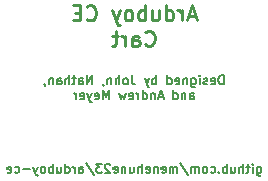
<source format=gbr>
G04 #@! TF.GenerationSoftware,KiCad,Pcbnew,(5.1.2-1)-1*
G04 #@! TF.CreationDate,2021-01-18T23:47:08-08:00*
G04 #@! TF.ProjectId,cart,63617274-2e6b-4696-9361-645f70636258,rev?*
G04 #@! TF.SameCoordinates,Original*
G04 #@! TF.FileFunction,Legend,Bot*
G04 #@! TF.FilePolarity,Positive*
%FSLAX46Y46*%
G04 Gerber Fmt 4.6, Leading zero omitted, Abs format (unit mm)*
G04 Created by KiCad (PCBNEW (5.1.2-1)-1) date 2021-01-18 23:47:08*
%MOMM*%
%LPD*%
G04 APERTURE LIST*
%ADD10C,0.127000*%
%ADD11C,0.254000*%
G04 APERTURE END LIST*
D10*
X150095857Y-122137714D02*
X150095857Y-122754571D01*
X150132142Y-122827142D01*
X150168428Y-122863428D01*
X150241000Y-122899714D01*
X150349857Y-122899714D01*
X150422428Y-122863428D01*
X150095857Y-122609428D02*
X150168428Y-122645714D01*
X150313571Y-122645714D01*
X150386142Y-122609428D01*
X150422428Y-122573142D01*
X150458714Y-122500571D01*
X150458714Y-122282857D01*
X150422428Y-122210285D01*
X150386142Y-122174000D01*
X150313571Y-122137714D01*
X150168428Y-122137714D01*
X150095857Y-122174000D01*
X149733000Y-122645714D02*
X149733000Y-122137714D01*
X149733000Y-121883714D02*
X149769285Y-121920000D01*
X149733000Y-121956285D01*
X149696714Y-121920000D01*
X149733000Y-121883714D01*
X149733000Y-121956285D01*
X149479000Y-122137714D02*
X149188714Y-122137714D01*
X149370142Y-121883714D02*
X149370142Y-122536857D01*
X149333857Y-122609428D01*
X149261285Y-122645714D01*
X149188714Y-122645714D01*
X148934714Y-122645714D02*
X148934714Y-121883714D01*
X148608142Y-122645714D02*
X148608142Y-122246571D01*
X148644428Y-122174000D01*
X148717000Y-122137714D01*
X148825857Y-122137714D01*
X148898428Y-122174000D01*
X148934714Y-122210285D01*
X147918714Y-122137714D02*
X147918714Y-122645714D01*
X148245285Y-122137714D02*
X148245285Y-122536857D01*
X148209000Y-122609428D01*
X148136428Y-122645714D01*
X148027571Y-122645714D01*
X147955000Y-122609428D01*
X147918714Y-122573142D01*
X147555857Y-122645714D02*
X147555857Y-121883714D01*
X147555857Y-122174000D02*
X147483285Y-122137714D01*
X147338142Y-122137714D01*
X147265571Y-122174000D01*
X147229285Y-122210285D01*
X147193000Y-122282857D01*
X147193000Y-122500571D01*
X147229285Y-122573142D01*
X147265571Y-122609428D01*
X147338142Y-122645714D01*
X147483285Y-122645714D01*
X147555857Y-122609428D01*
X146866428Y-122573142D02*
X146830142Y-122609428D01*
X146866428Y-122645714D01*
X146902714Y-122609428D01*
X146866428Y-122573142D01*
X146866428Y-122645714D01*
X146177000Y-122609428D02*
X146249571Y-122645714D01*
X146394714Y-122645714D01*
X146467285Y-122609428D01*
X146503571Y-122573142D01*
X146539857Y-122500571D01*
X146539857Y-122282857D01*
X146503571Y-122210285D01*
X146467285Y-122174000D01*
X146394714Y-122137714D01*
X146249571Y-122137714D01*
X146177000Y-122174000D01*
X145741571Y-122645714D02*
X145814142Y-122609428D01*
X145850428Y-122573142D01*
X145886714Y-122500571D01*
X145886714Y-122282857D01*
X145850428Y-122210285D01*
X145814142Y-122174000D01*
X145741571Y-122137714D01*
X145632714Y-122137714D01*
X145560142Y-122174000D01*
X145523857Y-122210285D01*
X145487571Y-122282857D01*
X145487571Y-122500571D01*
X145523857Y-122573142D01*
X145560142Y-122609428D01*
X145632714Y-122645714D01*
X145741571Y-122645714D01*
X145161000Y-122645714D02*
X145161000Y-122137714D01*
X145161000Y-122210285D02*
X145124714Y-122174000D01*
X145052142Y-122137714D01*
X144943285Y-122137714D01*
X144870714Y-122174000D01*
X144834428Y-122246571D01*
X144834428Y-122645714D01*
X144834428Y-122246571D02*
X144798142Y-122174000D01*
X144725571Y-122137714D01*
X144616714Y-122137714D01*
X144544142Y-122174000D01*
X144507857Y-122246571D01*
X144507857Y-122645714D01*
X143600714Y-121847428D02*
X144253857Y-122827142D01*
X143346714Y-122645714D02*
X143346714Y-122137714D01*
X143346714Y-122210285D02*
X143310428Y-122174000D01*
X143237857Y-122137714D01*
X143129000Y-122137714D01*
X143056428Y-122174000D01*
X143020142Y-122246571D01*
X143020142Y-122645714D01*
X143020142Y-122246571D02*
X142983857Y-122174000D01*
X142911285Y-122137714D01*
X142802428Y-122137714D01*
X142729857Y-122174000D01*
X142693571Y-122246571D01*
X142693571Y-122645714D01*
X142040428Y-122609428D02*
X142113000Y-122645714D01*
X142258142Y-122645714D01*
X142330714Y-122609428D01*
X142367000Y-122536857D01*
X142367000Y-122246571D01*
X142330714Y-122174000D01*
X142258142Y-122137714D01*
X142113000Y-122137714D01*
X142040428Y-122174000D01*
X142004142Y-122246571D01*
X142004142Y-122319142D01*
X142367000Y-122391714D01*
X141677571Y-122137714D02*
X141677571Y-122645714D01*
X141677571Y-122210285D02*
X141641285Y-122174000D01*
X141568714Y-122137714D01*
X141459857Y-122137714D01*
X141387285Y-122174000D01*
X141351000Y-122246571D01*
X141351000Y-122645714D01*
X140697857Y-122609428D02*
X140770428Y-122645714D01*
X140915571Y-122645714D01*
X140988142Y-122609428D01*
X141024428Y-122536857D01*
X141024428Y-122246571D01*
X140988142Y-122174000D01*
X140915571Y-122137714D01*
X140770428Y-122137714D01*
X140697857Y-122174000D01*
X140661571Y-122246571D01*
X140661571Y-122319142D01*
X141024428Y-122391714D01*
X140335000Y-122645714D02*
X140335000Y-121883714D01*
X140008428Y-122645714D02*
X140008428Y-122246571D01*
X140044714Y-122174000D01*
X140117285Y-122137714D01*
X140226142Y-122137714D01*
X140298714Y-122174000D01*
X140335000Y-122210285D01*
X139319000Y-122137714D02*
X139319000Y-122645714D01*
X139645571Y-122137714D02*
X139645571Y-122536857D01*
X139609285Y-122609428D01*
X139536714Y-122645714D01*
X139427857Y-122645714D01*
X139355285Y-122609428D01*
X139319000Y-122573142D01*
X138956142Y-122137714D02*
X138956142Y-122645714D01*
X138956142Y-122210285D02*
X138919857Y-122174000D01*
X138847285Y-122137714D01*
X138738428Y-122137714D01*
X138665857Y-122174000D01*
X138629571Y-122246571D01*
X138629571Y-122645714D01*
X137976428Y-122609428D02*
X138049000Y-122645714D01*
X138194142Y-122645714D01*
X138266714Y-122609428D01*
X138303000Y-122536857D01*
X138303000Y-122246571D01*
X138266714Y-122174000D01*
X138194142Y-122137714D01*
X138049000Y-122137714D01*
X137976428Y-122174000D01*
X137940142Y-122246571D01*
X137940142Y-122319142D01*
X138303000Y-122391714D01*
X137649857Y-121956285D02*
X137613571Y-121920000D01*
X137541000Y-121883714D01*
X137359571Y-121883714D01*
X137287000Y-121920000D01*
X137250714Y-121956285D01*
X137214428Y-122028857D01*
X137214428Y-122101428D01*
X137250714Y-122210285D01*
X137686142Y-122645714D01*
X137214428Y-122645714D01*
X136960428Y-121883714D02*
X136488714Y-121883714D01*
X136742714Y-122174000D01*
X136633857Y-122174000D01*
X136561285Y-122210285D01*
X136525000Y-122246571D01*
X136488714Y-122319142D01*
X136488714Y-122500571D01*
X136525000Y-122573142D01*
X136561285Y-122609428D01*
X136633857Y-122645714D01*
X136851571Y-122645714D01*
X136924142Y-122609428D01*
X136960428Y-122573142D01*
X135617857Y-121847428D02*
X136271000Y-122827142D01*
X135037285Y-122645714D02*
X135037285Y-122246571D01*
X135073571Y-122174000D01*
X135146142Y-122137714D01*
X135291285Y-122137714D01*
X135363857Y-122174000D01*
X135037285Y-122609428D02*
X135109857Y-122645714D01*
X135291285Y-122645714D01*
X135363857Y-122609428D01*
X135400142Y-122536857D01*
X135400142Y-122464285D01*
X135363857Y-122391714D01*
X135291285Y-122355428D01*
X135109857Y-122355428D01*
X135037285Y-122319142D01*
X134674428Y-122645714D02*
X134674428Y-122137714D01*
X134674428Y-122282857D02*
X134638142Y-122210285D01*
X134601857Y-122174000D01*
X134529285Y-122137714D01*
X134456714Y-122137714D01*
X133876142Y-122645714D02*
X133876142Y-121883714D01*
X133876142Y-122609428D02*
X133948714Y-122645714D01*
X134093857Y-122645714D01*
X134166428Y-122609428D01*
X134202714Y-122573142D01*
X134239000Y-122500571D01*
X134239000Y-122282857D01*
X134202714Y-122210285D01*
X134166428Y-122174000D01*
X134093857Y-122137714D01*
X133948714Y-122137714D01*
X133876142Y-122174000D01*
X133186714Y-122137714D02*
X133186714Y-122645714D01*
X133513285Y-122137714D02*
X133513285Y-122536857D01*
X133477000Y-122609428D01*
X133404428Y-122645714D01*
X133295571Y-122645714D01*
X133223000Y-122609428D01*
X133186714Y-122573142D01*
X132823857Y-122645714D02*
X132823857Y-121883714D01*
X132823857Y-122174000D02*
X132751285Y-122137714D01*
X132606142Y-122137714D01*
X132533571Y-122174000D01*
X132497285Y-122210285D01*
X132461000Y-122282857D01*
X132461000Y-122500571D01*
X132497285Y-122573142D01*
X132533571Y-122609428D01*
X132606142Y-122645714D01*
X132751285Y-122645714D01*
X132823857Y-122609428D01*
X132025571Y-122645714D02*
X132098142Y-122609428D01*
X132134428Y-122573142D01*
X132170714Y-122500571D01*
X132170714Y-122282857D01*
X132134428Y-122210285D01*
X132098142Y-122174000D01*
X132025571Y-122137714D01*
X131916714Y-122137714D01*
X131844142Y-122174000D01*
X131807857Y-122210285D01*
X131771571Y-122282857D01*
X131771571Y-122500571D01*
X131807857Y-122573142D01*
X131844142Y-122609428D01*
X131916714Y-122645714D01*
X132025571Y-122645714D01*
X131517571Y-122137714D02*
X131336142Y-122645714D01*
X131154714Y-122137714D02*
X131336142Y-122645714D01*
X131408714Y-122827142D01*
X131445000Y-122863428D01*
X131517571Y-122899714D01*
X130864428Y-122355428D02*
X130283857Y-122355428D01*
X129594428Y-122609428D02*
X129667000Y-122645714D01*
X129812142Y-122645714D01*
X129884714Y-122609428D01*
X129921000Y-122573142D01*
X129957285Y-122500571D01*
X129957285Y-122282857D01*
X129921000Y-122210285D01*
X129884714Y-122174000D01*
X129812142Y-122137714D01*
X129667000Y-122137714D01*
X129594428Y-122174000D01*
X128977571Y-122609428D02*
X129050142Y-122645714D01*
X129195285Y-122645714D01*
X129267857Y-122609428D01*
X129304142Y-122536857D01*
X129304142Y-122246571D01*
X129267857Y-122174000D01*
X129195285Y-122137714D01*
X129050142Y-122137714D01*
X128977571Y-122174000D01*
X128941285Y-122246571D01*
X128941285Y-122319142D01*
X129304142Y-122391714D01*
X147265571Y-115152714D02*
X147265571Y-114390714D01*
X147084142Y-114390714D01*
X146975285Y-114427000D01*
X146902714Y-114499571D01*
X146866428Y-114572142D01*
X146830142Y-114717285D01*
X146830142Y-114826142D01*
X146866428Y-114971285D01*
X146902714Y-115043857D01*
X146975285Y-115116428D01*
X147084142Y-115152714D01*
X147265571Y-115152714D01*
X146213285Y-115116428D02*
X146285857Y-115152714D01*
X146431000Y-115152714D01*
X146503571Y-115116428D01*
X146539857Y-115043857D01*
X146539857Y-114753571D01*
X146503571Y-114681000D01*
X146431000Y-114644714D01*
X146285857Y-114644714D01*
X146213285Y-114681000D01*
X146177000Y-114753571D01*
X146177000Y-114826142D01*
X146539857Y-114898714D01*
X145886714Y-115116428D02*
X145814142Y-115152714D01*
X145669000Y-115152714D01*
X145596428Y-115116428D01*
X145560142Y-115043857D01*
X145560142Y-115007571D01*
X145596428Y-114935000D01*
X145669000Y-114898714D01*
X145777857Y-114898714D01*
X145850428Y-114862428D01*
X145886714Y-114789857D01*
X145886714Y-114753571D01*
X145850428Y-114681000D01*
X145777857Y-114644714D01*
X145669000Y-114644714D01*
X145596428Y-114681000D01*
X145233571Y-115152714D02*
X145233571Y-114644714D01*
X145233571Y-114390714D02*
X145269857Y-114427000D01*
X145233571Y-114463285D01*
X145197285Y-114427000D01*
X145233571Y-114390714D01*
X145233571Y-114463285D01*
X144544142Y-114644714D02*
X144544142Y-115261571D01*
X144580428Y-115334142D01*
X144616714Y-115370428D01*
X144689285Y-115406714D01*
X144798142Y-115406714D01*
X144870714Y-115370428D01*
X144544142Y-115116428D02*
X144616714Y-115152714D01*
X144761857Y-115152714D01*
X144834428Y-115116428D01*
X144870714Y-115080142D01*
X144907000Y-115007571D01*
X144907000Y-114789857D01*
X144870714Y-114717285D01*
X144834428Y-114681000D01*
X144761857Y-114644714D01*
X144616714Y-114644714D01*
X144544142Y-114681000D01*
X144181285Y-114644714D02*
X144181285Y-115152714D01*
X144181285Y-114717285D02*
X144145000Y-114681000D01*
X144072428Y-114644714D01*
X143963571Y-114644714D01*
X143891000Y-114681000D01*
X143854714Y-114753571D01*
X143854714Y-115152714D01*
X143201571Y-115116428D02*
X143274142Y-115152714D01*
X143419285Y-115152714D01*
X143491857Y-115116428D01*
X143528142Y-115043857D01*
X143528142Y-114753571D01*
X143491857Y-114681000D01*
X143419285Y-114644714D01*
X143274142Y-114644714D01*
X143201571Y-114681000D01*
X143165285Y-114753571D01*
X143165285Y-114826142D01*
X143528142Y-114898714D01*
X142512142Y-115152714D02*
X142512142Y-114390714D01*
X142512142Y-115116428D02*
X142584714Y-115152714D01*
X142729857Y-115152714D01*
X142802428Y-115116428D01*
X142838714Y-115080142D01*
X142875000Y-115007571D01*
X142875000Y-114789857D01*
X142838714Y-114717285D01*
X142802428Y-114681000D01*
X142729857Y-114644714D01*
X142584714Y-114644714D01*
X142512142Y-114681000D01*
X141568714Y-115152714D02*
X141568714Y-114390714D01*
X141568714Y-114681000D02*
X141496142Y-114644714D01*
X141351000Y-114644714D01*
X141278428Y-114681000D01*
X141242142Y-114717285D01*
X141205857Y-114789857D01*
X141205857Y-115007571D01*
X141242142Y-115080142D01*
X141278428Y-115116428D01*
X141351000Y-115152714D01*
X141496142Y-115152714D01*
X141568714Y-115116428D01*
X140951857Y-114644714D02*
X140770428Y-115152714D01*
X140589000Y-114644714D02*
X140770428Y-115152714D01*
X140843000Y-115334142D01*
X140879285Y-115370428D01*
X140951857Y-115406714D01*
X139500428Y-114390714D02*
X139500428Y-114935000D01*
X139536714Y-115043857D01*
X139609285Y-115116428D01*
X139718142Y-115152714D01*
X139790714Y-115152714D01*
X139028714Y-115152714D02*
X139101285Y-115116428D01*
X139137571Y-115080142D01*
X139173857Y-115007571D01*
X139173857Y-114789857D01*
X139137571Y-114717285D01*
X139101285Y-114681000D01*
X139028714Y-114644714D01*
X138919857Y-114644714D01*
X138847285Y-114681000D01*
X138811000Y-114717285D01*
X138774714Y-114789857D01*
X138774714Y-115007571D01*
X138811000Y-115080142D01*
X138847285Y-115116428D01*
X138919857Y-115152714D01*
X139028714Y-115152714D01*
X138448142Y-115152714D02*
X138448142Y-114390714D01*
X138121571Y-115152714D02*
X138121571Y-114753571D01*
X138157857Y-114681000D01*
X138230428Y-114644714D01*
X138339285Y-114644714D01*
X138411857Y-114681000D01*
X138448142Y-114717285D01*
X137758714Y-114644714D02*
X137758714Y-115152714D01*
X137758714Y-114717285D02*
X137722428Y-114681000D01*
X137649857Y-114644714D01*
X137541000Y-114644714D01*
X137468428Y-114681000D01*
X137432142Y-114753571D01*
X137432142Y-115152714D01*
X137033000Y-115116428D02*
X137033000Y-115152714D01*
X137069285Y-115225285D01*
X137105571Y-115261571D01*
X136125857Y-115152714D02*
X136125857Y-114390714D01*
X135690428Y-115152714D01*
X135690428Y-114390714D01*
X135001000Y-115152714D02*
X135001000Y-114753571D01*
X135037285Y-114681000D01*
X135109857Y-114644714D01*
X135255000Y-114644714D01*
X135327571Y-114681000D01*
X135001000Y-115116428D02*
X135073571Y-115152714D01*
X135255000Y-115152714D01*
X135327571Y-115116428D01*
X135363857Y-115043857D01*
X135363857Y-114971285D01*
X135327571Y-114898714D01*
X135255000Y-114862428D01*
X135073571Y-114862428D01*
X135001000Y-114826142D01*
X134747000Y-114644714D02*
X134456714Y-114644714D01*
X134638142Y-114390714D02*
X134638142Y-115043857D01*
X134601857Y-115116428D01*
X134529285Y-115152714D01*
X134456714Y-115152714D01*
X134202714Y-115152714D02*
X134202714Y-114390714D01*
X133876142Y-115152714D02*
X133876142Y-114753571D01*
X133912428Y-114681000D01*
X133985000Y-114644714D01*
X134093857Y-114644714D01*
X134166428Y-114681000D01*
X134202714Y-114717285D01*
X133186714Y-115152714D02*
X133186714Y-114753571D01*
X133223000Y-114681000D01*
X133295571Y-114644714D01*
X133440714Y-114644714D01*
X133513285Y-114681000D01*
X133186714Y-115116428D02*
X133259285Y-115152714D01*
X133440714Y-115152714D01*
X133513285Y-115116428D01*
X133549571Y-115043857D01*
X133549571Y-114971285D01*
X133513285Y-114898714D01*
X133440714Y-114862428D01*
X133259285Y-114862428D01*
X133186714Y-114826142D01*
X132823857Y-114644714D02*
X132823857Y-115152714D01*
X132823857Y-114717285D02*
X132787571Y-114681000D01*
X132715000Y-114644714D01*
X132606142Y-114644714D01*
X132533571Y-114681000D01*
X132497285Y-114753571D01*
X132497285Y-115152714D01*
X132098142Y-115116428D02*
X132098142Y-115152714D01*
X132134428Y-115225285D01*
X132170714Y-115261571D01*
X144399000Y-116422714D02*
X144399000Y-116023571D01*
X144435285Y-115951000D01*
X144507857Y-115914714D01*
X144653000Y-115914714D01*
X144725571Y-115951000D01*
X144399000Y-116386428D02*
X144471571Y-116422714D01*
X144653000Y-116422714D01*
X144725571Y-116386428D01*
X144761857Y-116313857D01*
X144761857Y-116241285D01*
X144725571Y-116168714D01*
X144653000Y-116132428D01*
X144471571Y-116132428D01*
X144399000Y-116096142D01*
X144036142Y-115914714D02*
X144036142Y-116422714D01*
X144036142Y-115987285D02*
X143999857Y-115951000D01*
X143927285Y-115914714D01*
X143818428Y-115914714D01*
X143745857Y-115951000D01*
X143709571Y-116023571D01*
X143709571Y-116422714D01*
X143020142Y-116422714D02*
X143020142Y-115660714D01*
X143020142Y-116386428D02*
X143092714Y-116422714D01*
X143237857Y-116422714D01*
X143310428Y-116386428D01*
X143346714Y-116350142D01*
X143383000Y-116277571D01*
X143383000Y-116059857D01*
X143346714Y-115987285D01*
X143310428Y-115951000D01*
X143237857Y-115914714D01*
X143092714Y-115914714D01*
X143020142Y-115951000D01*
X142113000Y-116205000D02*
X141750142Y-116205000D01*
X142185571Y-116422714D02*
X141931571Y-115660714D01*
X141677571Y-116422714D01*
X141423571Y-115914714D02*
X141423571Y-116422714D01*
X141423571Y-115987285D02*
X141387285Y-115951000D01*
X141314714Y-115914714D01*
X141205857Y-115914714D01*
X141133285Y-115951000D01*
X141097000Y-116023571D01*
X141097000Y-116422714D01*
X140407571Y-116422714D02*
X140407571Y-115660714D01*
X140407571Y-116386428D02*
X140480142Y-116422714D01*
X140625285Y-116422714D01*
X140697857Y-116386428D01*
X140734142Y-116350142D01*
X140770428Y-116277571D01*
X140770428Y-116059857D01*
X140734142Y-115987285D01*
X140697857Y-115951000D01*
X140625285Y-115914714D01*
X140480142Y-115914714D01*
X140407571Y-115951000D01*
X140044714Y-116422714D02*
X140044714Y-115914714D01*
X140044714Y-116059857D02*
X140008428Y-115987285D01*
X139972142Y-115951000D01*
X139899571Y-115914714D01*
X139827000Y-115914714D01*
X139282714Y-116386428D02*
X139355285Y-116422714D01*
X139500428Y-116422714D01*
X139573000Y-116386428D01*
X139609285Y-116313857D01*
X139609285Y-116023571D01*
X139573000Y-115951000D01*
X139500428Y-115914714D01*
X139355285Y-115914714D01*
X139282714Y-115951000D01*
X139246428Y-116023571D01*
X139246428Y-116096142D01*
X139609285Y-116168714D01*
X138992428Y-115914714D02*
X138847285Y-116422714D01*
X138702142Y-116059857D01*
X138557000Y-116422714D01*
X138411857Y-115914714D01*
X137541000Y-116422714D02*
X137541000Y-115660714D01*
X137287000Y-116205000D01*
X137033000Y-115660714D01*
X137033000Y-116422714D01*
X136379857Y-116386428D02*
X136452428Y-116422714D01*
X136597571Y-116422714D01*
X136670142Y-116386428D01*
X136706428Y-116313857D01*
X136706428Y-116023571D01*
X136670142Y-115951000D01*
X136597571Y-115914714D01*
X136452428Y-115914714D01*
X136379857Y-115951000D01*
X136343571Y-116023571D01*
X136343571Y-116096142D01*
X136706428Y-116168714D01*
X136089571Y-115914714D02*
X135908142Y-116422714D01*
X135726714Y-115914714D02*
X135908142Y-116422714D01*
X135980714Y-116604142D01*
X136017000Y-116640428D01*
X136089571Y-116676714D01*
X135146142Y-116386428D02*
X135218714Y-116422714D01*
X135363857Y-116422714D01*
X135436428Y-116386428D01*
X135472714Y-116313857D01*
X135472714Y-116023571D01*
X135436428Y-115951000D01*
X135363857Y-115914714D01*
X135218714Y-115914714D01*
X135146142Y-115951000D01*
X135109857Y-116023571D01*
X135109857Y-116096142D01*
X135472714Y-116168714D01*
X134783285Y-116422714D02*
X134783285Y-115914714D01*
X134783285Y-116059857D02*
X134747000Y-115987285D01*
X134710714Y-115951000D01*
X134638142Y-115914714D01*
X134565571Y-115914714D01*
D11*
X144870714Y-109368166D02*
X144265952Y-109368166D01*
X144991666Y-109731023D02*
X144568333Y-108461023D01*
X144145000Y-109731023D01*
X143721666Y-109731023D02*
X143721666Y-108884357D01*
X143721666Y-109126261D02*
X143661190Y-109005309D01*
X143600714Y-108944833D01*
X143479761Y-108884357D01*
X143358809Y-108884357D01*
X142391190Y-109731023D02*
X142391190Y-108461023D01*
X142391190Y-109670547D02*
X142512142Y-109731023D01*
X142754047Y-109731023D01*
X142875000Y-109670547D01*
X142935476Y-109610071D01*
X142995952Y-109489119D01*
X142995952Y-109126261D01*
X142935476Y-109005309D01*
X142875000Y-108944833D01*
X142754047Y-108884357D01*
X142512142Y-108884357D01*
X142391190Y-108944833D01*
X141242142Y-108884357D02*
X141242142Y-109731023D01*
X141786428Y-108884357D02*
X141786428Y-109549595D01*
X141725952Y-109670547D01*
X141605000Y-109731023D01*
X141423571Y-109731023D01*
X141302619Y-109670547D01*
X141242142Y-109610071D01*
X140637380Y-109731023D02*
X140637380Y-108461023D01*
X140637380Y-108944833D02*
X140516428Y-108884357D01*
X140274523Y-108884357D01*
X140153571Y-108944833D01*
X140093095Y-109005309D01*
X140032619Y-109126261D01*
X140032619Y-109489119D01*
X140093095Y-109610071D01*
X140153571Y-109670547D01*
X140274523Y-109731023D01*
X140516428Y-109731023D01*
X140637380Y-109670547D01*
X139306904Y-109731023D02*
X139427857Y-109670547D01*
X139488333Y-109610071D01*
X139548809Y-109489119D01*
X139548809Y-109126261D01*
X139488333Y-109005309D01*
X139427857Y-108944833D01*
X139306904Y-108884357D01*
X139125476Y-108884357D01*
X139004523Y-108944833D01*
X138944047Y-109005309D01*
X138883571Y-109126261D01*
X138883571Y-109489119D01*
X138944047Y-109610071D01*
X139004523Y-109670547D01*
X139125476Y-109731023D01*
X139306904Y-109731023D01*
X138460238Y-108884357D02*
X138157857Y-109731023D01*
X137855476Y-108884357D02*
X138157857Y-109731023D01*
X138278809Y-110033404D01*
X138339285Y-110093880D01*
X138460238Y-110154357D01*
X135678333Y-109610071D02*
X135738809Y-109670547D01*
X135920238Y-109731023D01*
X136041190Y-109731023D01*
X136222619Y-109670547D01*
X136343571Y-109549595D01*
X136404047Y-109428642D01*
X136464523Y-109186738D01*
X136464523Y-109005309D01*
X136404047Y-108763404D01*
X136343571Y-108642452D01*
X136222619Y-108521500D01*
X136041190Y-108461023D01*
X135920238Y-108461023D01*
X135738809Y-108521500D01*
X135678333Y-108581976D01*
X135134047Y-109065785D02*
X134710714Y-109065785D01*
X134529285Y-109731023D02*
X135134047Y-109731023D01*
X135134047Y-108461023D01*
X134529285Y-108461023D01*
X140637380Y-111769071D02*
X140697857Y-111829547D01*
X140879285Y-111890023D01*
X141000238Y-111890023D01*
X141181666Y-111829547D01*
X141302619Y-111708595D01*
X141363095Y-111587642D01*
X141423571Y-111345738D01*
X141423571Y-111164309D01*
X141363095Y-110922404D01*
X141302619Y-110801452D01*
X141181666Y-110680500D01*
X141000238Y-110620023D01*
X140879285Y-110620023D01*
X140697857Y-110680500D01*
X140637380Y-110740976D01*
X139548809Y-111890023D02*
X139548809Y-111224785D01*
X139609285Y-111103833D01*
X139730238Y-111043357D01*
X139972142Y-111043357D01*
X140093095Y-111103833D01*
X139548809Y-111829547D02*
X139669761Y-111890023D01*
X139972142Y-111890023D01*
X140093095Y-111829547D01*
X140153571Y-111708595D01*
X140153571Y-111587642D01*
X140093095Y-111466690D01*
X139972142Y-111406214D01*
X139669761Y-111406214D01*
X139548809Y-111345738D01*
X138944047Y-111890023D02*
X138944047Y-111043357D01*
X138944047Y-111285261D02*
X138883571Y-111164309D01*
X138823095Y-111103833D01*
X138702142Y-111043357D01*
X138581190Y-111043357D01*
X138339285Y-111043357D02*
X137855476Y-111043357D01*
X138157857Y-110620023D02*
X138157857Y-111708595D01*
X138097380Y-111829547D01*
X137976428Y-111890023D01*
X137855476Y-111890023D01*
M02*

</source>
